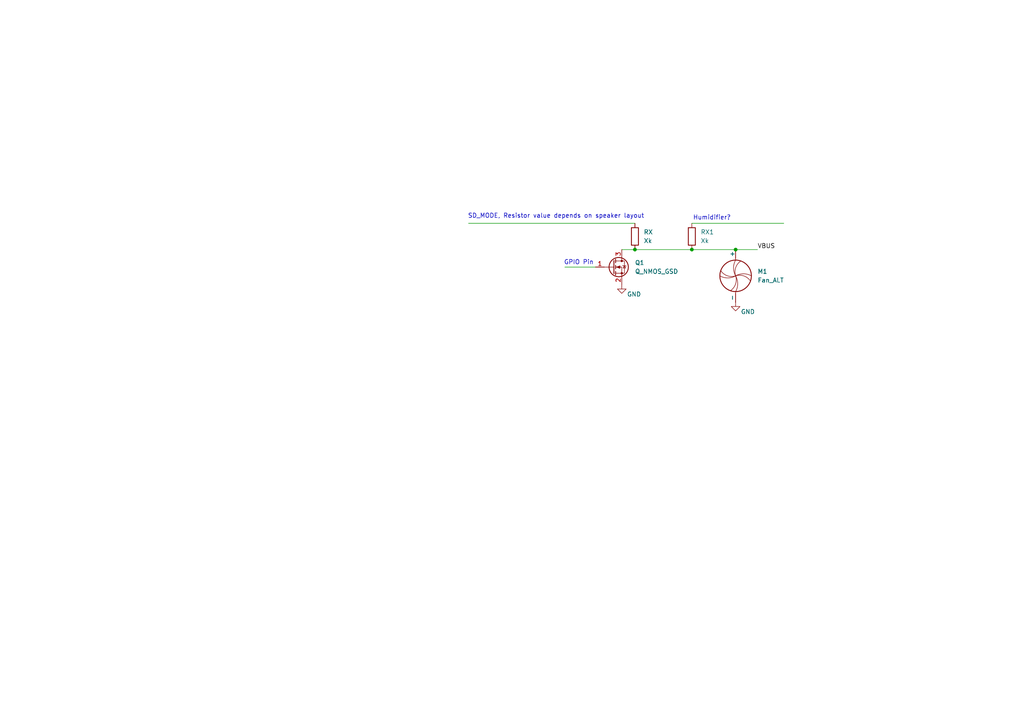
<source format=kicad_sch>
(kicad_sch (version 20231120) (generator "eeschema") (generator_version "8.0")
  (paper "A4")
  (lib_symbols
    (symbol "Device:Q_NMOS_GSD" (pin_names (offset 0) hide)
      (property "Reference" "Q" (at 5.08 1.27 0))
      (property "Value" "Q_NMOS_GSD" (at 5.08 -1.27 0))
      (symbol "Q_NMOS_GSD_0_1"
        (polyline (pts (xy 0.254 0) (xy -2.54 0)))
        (polyline (pts (xy 0.254 1.905) (xy 0.254 -1.905)) (stroke (width 0.254)))
        (polyline (pts (xy 0.762 -1.27) (xy 0.762 -2.286)) (stroke (width 0.254)))
        (polyline (pts (xy 0.762 0.508) (xy 0.762 -0.508)) (stroke (width 0.254)))
        (polyline (pts (xy 0.762 2.286) (xy 0.762 1.27)) (stroke (width 0.254)))
        (polyline (pts (xy 2.54 2.54) (xy 2.54 1.778)))
        (polyline (pts (xy 2.54 -2.54) (xy 2.54 0) (xy 0.762 0)))
        (polyline (pts (xy 0.762 -1.778) (xy 3.302 -1.778) (xy 3.302 1.778) (xy 0.762 1.778)))
        (polyline (pts (xy 1.016 0) (xy 2.032 0.381) (xy 2.032 -0.381) (xy 1.016 0)) (fill (type outline)))
        (polyline (pts (xy 2.794 0.508) (xy 2.921 0.381) (xy 3.683 0.381) (xy 3.81 0.254)))
        (polyline (pts (xy 3.302 0.381) (xy 2.921 -0.254) (xy 3.683 -0.254) (xy 3.302 0.381)))
        (circle (center 1.651 0) (radius 2.794) (stroke (width 0.254)))
        (circle (center 2.54 -1.778) (radius 0.254) (fill (type outline)))
        (circle (center 2.54 1.778) (radius 0.254) (fill (type outline)))
      )
      (symbol "Q_NMOS_GSD_1_1"
        (pin input line (at -5.08 0 0) (length 2.54) (name "G") (number "1"))
        (pin passive line (at 2.54 -5.08 90) (length 2.54) (name "S") (number "2"))
        (pin passive line (at 2.54 5.08 270) (length 2.54) (name "D") (number "3"))
      )
    )
    (symbol "Device:R" (pin_numbers hide) (pin_names (offset 0))
      (property "Reference" "R" (at 2.032 0 90))
      (property "Value" "R" (at 0 0 90))
      (symbol "R_0_1"
        (rectangle (start -1.016 -2.54) (end 1.016 2.54) (stroke (width 0.254)))
      )
      (symbol "R_1_1"
        (pin passive line (at 0 3.81 270) (length 1.27) (name "~") (number "1"))
        (pin passive line (at 0 -3.81 90) (length 1.27) (name "~") (number "2"))
      )
    )
    (symbol "Motor:Fan_ALT" (pin_numbers hide) (pin_names (offset 0))
      (property "Reference" "M" (at 3.81 5.08 0))
      (property "Value" "Fan_ALT" (at 3.81 2.54 0))
      (symbol "Fan_ALT_0_1"
        (arc (start -4.572 0) (mid -2.286 -0.5988) (end 0 0))
        (arc (start -4.318 1.524) (mid -2.4153 0.0291) (end 0 0))
        (arc (start -1.524 -4.318) (mid -0.0291 -2.4153) (end 0 0))
        (arc (start 0 -4.572) (mid 0.5988 -2.286) (end 0 0))
        (polyline (pts (xy 0 -5.08) (xy 0 -4.572)))
        (polyline (pts (xy 0 4.572) (xy 0 5.08)))
        (circle (center 0 0) (radius 4.572) (stroke (width 0.254)))
        (arc (start 0 4.572) (mid -0.5988 2.286) (end 0 0))
        (arc (start 1.524 4.318) (mid 0.0291 2.4153) (end 0 0))
        (arc (start 4.318 -1.524) (mid 2.4153 -0.0291) (end 0 0))
        (arc (start 4.572 0) (mid 2.286 0.5988) (end 0 0))
      )
      (symbol "Fan_ALT_1_1"
        (pin passive line (at 0 7.62 270) (length 2.54) (name "+") (number "1"))
        (pin passive line (at 0 -7.62 90) (length 2.54) (name "-") (number "2"))
      )
    )
    (symbol "power:GND" (power) (pin_numbers hide) (pin_names (offset 0) hide)
      (property "Value" "GND" (at 0 -3.81 0))
      (symbol "GND_0_1"
        (polyline (pts (xy 0 0) (xy 0 -1.27) (xy 1.27 -1.27) (xy 0 -2.54) (xy -1.27 -1.27) (xy 0 -1.27)))
      )
      (symbol "GND_1_1"
        (pin power_in line (at 0 0 270) (length 0) (name "~") (number "1"))
      )
    )
  )
  (junction (at 184.15 72.39))
  (junction (at 200.66 72.39))
  (junction (at 213.36 72.39))
  (wire (pts (xy 180.34 72.39) (xy 184.15 72.39)))
  (wire (pts (xy 213.36 72.39) (xy 219.71 72.39)))
  (wire (pts (xy 135.89 64.77) (xy 184.15 64.77)))
  (wire (pts (xy 200.66 64.77) (xy 227.33 64.77)))
  (wire (pts (xy 184.15 72.39) (xy 200.66 72.39)))
  (wire (pts (xy 200.66 72.39) (xy 213.36 72.39)))
  (wire (pts (xy 163.83 77.47) (xy 172.72 77.47)))
  (text "Humidifier?\n\n" (at 206.502 64.262 0) (effects (font (size 1.27 1.27))))
  (text "GPIO Pin\n" (at 167.894 76.2 0) (effects (font (size 1.27 1.27))))
  (text "SD_MODE, Resistor value depends on speaker layout\n\n" (at 161.29 63.754 0) (effects (font (size 1.27 1.27))))
  (label "VBUS" (at 219.71 72.39 0))
  (symbol (lib_id "Device:R") (at 200.66 68.58 0) (unit 1)
    (property "Reference" "RX1" (at 203.2 67.3099 0) (effects (justify left)))
    (property "Value" "Xk" (at 203.2 69.8499 0) (effects (justify left)))
    (property "Footprint" "Resistor_SMD:R_0603_1608Metric" (effects (hide yes)))
    (property "Description" "Resistor" (effects (hide yes)))
  )
  (symbol (lib_id "power:GND") (at 180.34 82.55 0) (unit 1)
    (property "Reference" "#PWR01" (effects (hide yes)))
    (property "Value" "GND" (at 183.896 85.344 0))
    (property "Description" "Power symbol creates a global label with name \"GND\" , ground" (effects (hide yes)))
  )
  (symbol (lib_id "power:GND") (at 213.36 87.63 0) (unit 1)
    (property "Reference" "#PWR02" (effects (hide yes)))
    (property "Value" "GND" (at 216.916 90.424 0))
    (property "Description" "Power symbol creates a global label with name \"GND\" , ground" (effects (hide yes)))
  )
  (symbol (lib_id "Device:R") (at 184.15 68.58 0) (unit 1)
    (property "Reference" "RX" (at 186.69 67.3099 0) (effects (justify left)))
    (property "Value" "Xk" (at 186.69 69.8499 0) (effects (justify left)))
    (property "Footprint" "Resistor_SMD:R_0603_1608Metric" (effects (hide yes)))
    (property "Description" "Resistor" (effects (hide yes)))
  )
  (symbol (lib_id "Device:Q_NMOS_GSD") (at 177.8 77.47 0) (unit 1)
    (property "Reference" "Q1" (at 184.15 76.1999 0) (effects (justify left)))
    (property "Value" "Q_NMOS_GSD" (at 184.15 78.7399 0) (effects (justify left)))
    (property "Footprint" "Package_TO_SOT_SMD:SOT-23" (effects (hide yes)))
    (property "Description" "N-MOSFET transistor, gate/source/drain" (effects (hide yes)))
  )
  (symbol (lib_id "Motor:Fan_ALT") (at 213.36 80.01 0) (unit 1)
    (property "Reference" "M1" (at 219.71 78.7399 0) (effects (justify left)))
    (property "Value" "Fan_ALT" (at 219.71 81.2799 0) (effects (justify left)))
    (property "Footprint" "Connector_PinHeader_2.00mm:PinHeader_1x02_P2.00mm_Vertical" (effects (hide yes)))
    (property "Description" "Fan without PWM or tach, alternative symbol" (effects (hide yes)))
  )
)
</source>
